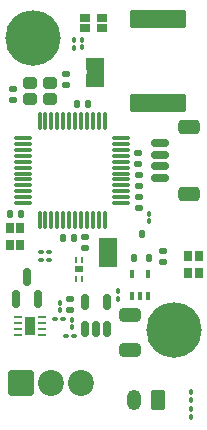
<source format=gbr>
%TF.GenerationSoftware,KiCad,Pcbnew,9.0.2*%
%TF.CreationDate,2025-12-22T17:06:25+08:00*%
%TF.ProjectId,OshEasyMini,4f736845-6173-4794-9d69-6e692e6b6963,rev?*%
%TF.SameCoordinates,Original*%
%TF.FileFunction,Soldermask,Top*%
%TF.FilePolarity,Negative*%
%FSLAX46Y46*%
G04 Gerber Fmt 4.6, Leading zero omitted, Abs format (unit mm)*
G04 Created by KiCad (PCBNEW 9.0.2) date 2025-12-22 17:06:25*
%MOMM*%
%LPD*%
G01*
G04 APERTURE LIST*
G04 Aperture macros list*
%AMRoundRect*
0 Rectangle with rounded corners*
0 $1 Rounding radius*
0 $2 $3 $4 $5 $6 $7 $8 $9 X,Y pos of 4 corners*
0 Add a 4 corners polygon primitive as box body*
4,1,4,$2,$3,$4,$5,$6,$7,$8,$9,$2,$3,0*
0 Add four circle primitives for the rounded corners*
1,1,$1+$1,$2,$3*
1,1,$1+$1,$4,$5*
1,1,$1+$1,$6,$7*
1,1,$1+$1,$8,$9*
0 Add four rect primitives between the rounded corners*
20,1,$1+$1,$2,$3,$4,$5,0*
20,1,$1+$1,$4,$5,$6,$7,0*
20,1,$1+$1,$6,$7,$8,$9,0*
20,1,$1+$1,$8,$9,$2,$3,0*%
%AMFreePoly0*
4,1,6,1.000000,0.000000,0.500000,-0.750000,-0.500000,-0.750000,-0.500000,0.750000,0.500000,0.750000,1.000000,0.000000,1.000000,0.000000,$1*%
%AMFreePoly1*
4,1,6,0.500000,-0.750000,-0.650000,-0.750000,-0.150000,0.000000,-0.650000,0.750000,0.500000,0.750000,0.500000,-0.750000,0.500000,-0.750000,$1*%
G04 Aperture macros list end*
%ADD10RoundRect,0.075000X0.662500X0.075000X-0.662500X0.075000X-0.662500X-0.075000X0.662500X-0.075000X0*%
%ADD11RoundRect,0.075000X0.075000X0.662500X-0.075000X0.662500X-0.075000X-0.662500X0.075000X-0.662500X0*%
%ADD12RoundRect,0.140000X-0.170000X0.140000X-0.170000X-0.140000X0.170000X-0.140000X0.170000X0.140000X0*%
%ADD13RoundRect,0.150000X-0.625000X0.150000X-0.625000X-0.150000X0.625000X-0.150000X0.625000X0.150000X0*%
%ADD14RoundRect,0.250000X-0.650000X0.350000X-0.650000X-0.350000X0.650000X-0.350000X0.650000X0.350000X0*%
%ADD15RoundRect,0.100000X0.100000X-0.225000X0.100000X0.225000X-0.100000X0.225000X-0.100000X-0.225000X0*%
%ADD16RoundRect,0.100000X-0.130000X-0.100000X0.130000X-0.100000X0.130000X0.100000X-0.130000X0.100000X0*%
%ADD17RoundRect,0.250000X0.325000X0.250000X-0.325000X0.250000X-0.325000X-0.250000X0.325000X-0.250000X0*%
%ADD18RoundRect,0.249999X-0.850001X-0.850001X0.850001X-0.850001X0.850001X0.850001X-0.850001X0.850001X0*%
%ADD19C,2.200000*%
%ADD20R,0.650000X0.850000*%
%ADD21RoundRect,0.062500X0.062500X0.212500X-0.062500X0.212500X-0.062500X-0.212500X0.062500X-0.212500X0*%
%ADD22R,0.800000X0.600000*%
%ADD23RoundRect,0.140000X0.170000X-0.140000X0.170000X0.140000X-0.170000X0.140000X-0.170000X-0.140000X0*%
%ADD24FreePoly0,270.000000*%
%ADD25FreePoly1,270.000000*%
%ADD26RoundRect,0.112500X-0.112500X-0.237500X0.112500X-0.237500X0.112500X0.237500X-0.112500X0.237500X0*%
%ADD27RoundRect,0.062500X-0.300000X-0.062500X0.300000X-0.062500X0.300000X0.062500X-0.300000X0.062500X0*%
%ADD28R,0.900000X1.600000*%
%ADD29RoundRect,0.100000X0.100000X-0.130000X0.100000X0.130000X-0.100000X0.130000X-0.100000X-0.130000X0*%
%ADD30RoundRect,0.102000X-2.250000X0.675000X-2.250000X-0.675000X2.250000X-0.675000X2.250000X0.675000X0*%
%ADD31RoundRect,0.150000X0.150000X-0.587500X0.150000X0.587500X-0.150000X0.587500X-0.150000X-0.587500X0*%
%ADD32RoundRect,0.100000X0.130000X0.100000X-0.130000X0.100000X-0.130000X-0.100000X0.130000X-0.100000X0*%
%ADD33RoundRect,0.147500X0.172500X-0.147500X0.172500X0.147500X-0.172500X0.147500X-0.172500X-0.147500X0*%
%ADD34RoundRect,0.100000X-0.100000X0.130000X-0.100000X-0.130000X0.100000X-0.130000X0.100000X0.130000X0*%
%ADD35RoundRect,0.140000X-0.140000X-0.170000X0.140000X-0.170000X0.140000X0.170000X-0.140000X0.170000X0*%
%ADD36RoundRect,0.250000X-0.650000X0.325000X-0.650000X-0.325000X0.650000X-0.325000X0.650000X0.325000X0*%
%ADD37RoundRect,0.250000X0.350000X0.625000X-0.350000X0.625000X-0.350000X-0.625000X0.350000X-0.625000X0*%
%ADD38O,1.200000X1.750000*%
%ADD39R,0.850000X0.650000*%
%ADD40C,4.700000*%
%ADD41RoundRect,0.140000X0.140000X0.170000X-0.140000X0.170000X-0.140000X-0.170000X0.140000X-0.170000X0*%
%ADD42RoundRect,0.150000X0.150000X-0.512500X0.150000X0.512500X-0.150000X0.512500X-0.150000X-0.512500X0*%
G04 APERTURE END LIST*
%TO.C,JP2*%
G36*
X98658463Y-34352249D02*
G01*
X97158463Y-34352249D01*
X97158463Y-36802249D01*
X98658463Y-36802249D01*
X98658463Y-34352249D01*
G37*
%TO.C,JP1*%
G36*
X99732135Y-49561405D02*
G01*
X98232135Y-49561405D01*
X98232135Y-52011405D01*
X99732135Y-52011405D01*
X99732135Y-49561405D01*
G37*
%TD*%
D10*
%TO.C,U9*%
X100092500Y-46600000D03*
X100092500Y-46100000D03*
X100092500Y-45600000D03*
X100092500Y-45099999D03*
X100092500Y-44600000D03*
X100092500Y-44100000D03*
X100092500Y-43600000D03*
X100092500Y-43100000D03*
X100092500Y-42600001D03*
X100092500Y-42100000D03*
X100092500Y-41600000D03*
X100092500Y-41100000D03*
D11*
X98680000Y-39687500D03*
X98180000Y-39687500D03*
X97680000Y-39687500D03*
X97179999Y-39687500D03*
X96680000Y-39687500D03*
X96180000Y-39687500D03*
X95680000Y-39687500D03*
X95180000Y-39687500D03*
X94680001Y-39687500D03*
X94180000Y-39687500D03*
X93680000Y-39687500D03*
X93180000Y-39687500D03*
D10*
X91767500Y-41100000D03*
X91767500Y-41600000D03*
X91767500Y-42100000D03*
X91767500Y-42600001D03*
X91767500Y-43100000D03*
X91767500Y-43600000D03*
X91767500Y-44100000D03*
X91767500Y-44600000D03*
X91767500Y-45099999D03*
X91767500Y-45600000D03*
X91767500Y-46100000D03*
X91767500Y-46600000D03*
D11*
X93180000Y-48012500D03*
X93680000Y-48012500D03*
X94180000Y-48012500D03*
X94680001Y-48012500D03*
X95180000Y-48012500D03*
X95680000Y-48012500D03*
X96180000Y-48012500D03*
X96680000Y-48012500D03*
X97179999Y-48012500D03*
X97680000Y-48012500D03*
X98180000Y-48012500D03*
X98680000Y-48012500D03*
%TD*%
D12*
%TO.C,C44*%
X103606013Y-50646666D03*
X103606013Y-51606666D03*
%TD*%
D13*
%TO.C,J10*%
X103348457Y-41494765D03*
X103348457Y-42494765D03*
X103348457Y-43494765D03*
X103348457Y-44494765D03*
D14*
X105873457Y-40194765D03*
X105873457Y-45794765D03*
%TD*%
D15*
%TO.C,U21*%
X101034444Y-54504248D03*
X101684444Y-54504248D03*
X102334444Y-54504248D03*
X102334444Y-52604248D03*
X101034444Y-52604248D03*
%TD*%
D16*
%TO.C,R50*%
X93307843Y-50747973D03*
X93947843Y-50747973D03*
%TD*%
D17*
%TO.C,X2*%
X94080000Y-36412500D03*
X92330000Y-36412500D03*
X92330000Y-37812500D03*
X94080000Y-37812500D03*
%TD*%
D18*
%TO.C,J4*%
X91620000Y-61850000D03*
D19*
X94160000Y-61850000D03*
X96700000Y-61850000D03*
%TD*%
D20*
%TO.C,D4*%
X105790000Y-51090000D03*
X106640000Y-51090000D03*
X105790000Y-52540000D03*
X106640000Y-52540000D03*
%TD*%
D21*
%TO.C,U7*%
X96769384Y-52991703D03*
X96769384Y-51441703D03*
X96269384Y-51441703D03*
X96269384Y-52991703D03*
D22*
X96519384Y-52216703D03*
%TD*%
D23*
%TO.C,C24*%
X95777864Y-55654204D03*
X95777864Y-54694204D03*
%TD*%
D24*
%TO.C,JP2*%
X97908463Y-34852249D03*
D25*
X97908463Y-36302249D03*
%TD*%
D26*
%TO.C,D2*%
X101188101Y-51245521D03*
X102488101Y-51245521D03*
X101838101Y-49245521D03*
%TD*%
D27*
%TO.C,U12*%
X91365000Y-56240000D03*
X91365000Y-56740000D03*
X91365000Y-57240000D03*
X91365000Y-57740000D03*
X93390000Y-57740000D03*
X93390000Y-57240000D03*
X93390000Y-56740000D03*
X93390000Y-56240000D03*
D28*
X92377500Y-56990000D03*
%TD*%
D29*
%TO.C,R40*%
X95901699Y-57119488D03*
X95901699Y-56479488D03*
%TD*%
D23*
%TO.C,C18*%
X101583341Y-47008627D03*
X101583341Y-46048627D03*
%TD*%
D29*
%TO.C,R49*%
X105993881Y-64715654D03*
X105993881Y-64075654D03*
%TD*%
D30*
%TO.C,U11*%
X103170000Y-38145000D03*
X103170000Y-30995000D03*
%TD*%
D31*
%TO.C,Q2*%
X91150000Y-54710000D03*
X93050000Y-54710000D03*
X92100000Y-52835000D03*
%TD*%
D29*
%TO.C,R42*%
X94925228Y-55685326D03*
X94925228Y-55045326D03*
%TD*%
D32*
%TO.C,R51*%
X93940000Y-51460000D03*
X93300000Y-51460000D03*
%TD*%
D12*
%TO.C,C5*%
X90968739Y-36940400D03*
X90968739Y-37900400D03*
%TD*%
D33*
%TO.C,FB1*%
X101567084Y-45168850D03*
X101567084Y-44198850D03*
%TD*%
D34*
%TO.C,R2*%
X96064052Y-32792843D03*
X96064052Y-33432843D03*
%TD*%
D35*
%TO.C,C46*%
X96314229Y-38209598D03*
X97274229Y-38209598D03*
%TD*%
D23*
%TO.C,C6*%
X95460000Y-36640000D03*
X95460000Y-35680000D03*
%TD*%
D29*
%TO.C,R53*%
X106000000Y-63265000D03*
X106000000Y-62625000D03*
%TD*%
D20*
%TO.C,D5*%
X91550000Y-50150000D03*
X90700000Y-50150000D03*
X91550000Y-48700000D03*
X90700000Y-48700000D03*
%TD*%
D36*
%TO.C,C23*%
X100834290Y-56081725D03*
X100834290Y-59031727D03*
%TD*%
D37*
%TO.C,J6*%
X103180000Y-63250000D03*
D38*
X101180000Y-63250000D03*
%TD*%
D39*
%TO.C,D3*%
X96996470Y-31767058D03*
X96996470Y-30917058D03*
X98446470Y-31767058D03*
X98446470Y-30917058D03*
%TD*%
D16*
%TO.C,R43*%
X94501862Y-56446928D03*
X95141862Y-56446928D03*
%TD*%
%TO.C,R41*%
X95420315Y-57874684D03*
X96060315Y-57874684D03*
%TD*%
D24*
%TO.C,JP1*%
X98982135Y-50061405D03*
D25*
X98982135Y-51511405D03*
%TD*%
D34*
%TO.C,C22*%
X99855510Y-54056111D03*
X99855510Y-54696111D03*
%TD*%
D40*
%TO.C,H2*%
X92600000Y-32600000D03*
%TD*%
D41*
%TO.C,C16*%
X96101330Y-49520756D03*
X95141330Y-49520756D03*
%TD*%
D12*
%TO.C,C17*%
X101550000Y-42370000D03*
X101550000Y-43330000D03*
%TD*%
D34*
%TO.C,R55*%
X102460000Y-47510000D03*
X102460000Y-48150000D03*
%TD*%
D23*
%TO.C,C45*%
X96989398Y-50425694D03*
X96989398Y-49465694D03*
%TD*%
D42*
%TO.C,U18*%
X97013197Y-57272898D03*
X97963197Y-57272898D03*
X98913197Y-57272898D03*
X98913197Y-54997898D03*
X97013197Y-54997898D03*
%TD*%
D34*
%TO.C,R3*%
X96768627Y-32784923D03*
X96768627Y-33424923D03*
%TD*%
D35*
%TO.C,C19*%
X90640000Y-47490000D03*
X91600000Y-47490000D03*
%TD*%
D40*
%TO.C,H1*%
X104600000Y-57350000D03*
%TD*%
M02*

</source>
